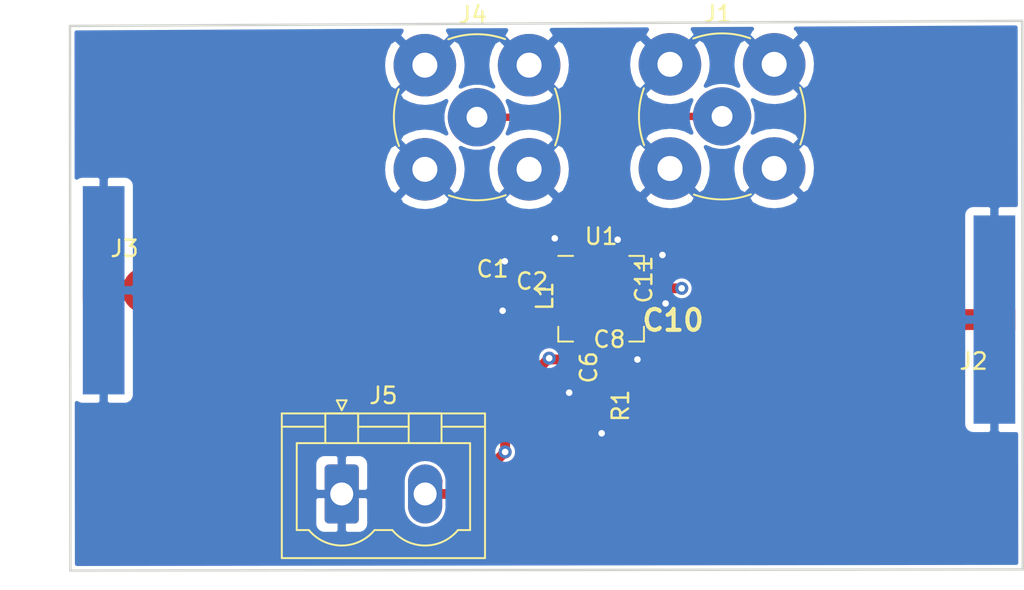
<source format=kicad_pcb>
(kicad_pcb (version 20171130) (host pcbnew "(5.1.10)-1")

  (general
    (thickness 1.6)
    (drawings 5)
    (tracks 103)
    (zones 0)
    (modules 14)
    (nets 11)
  )

  (page A4)
  (layers
    (0 F.Cu signal)
    (31 B.Cu signal)
    (32 B.Adhes user)
    (33 F.Adhes user)
    (34 B.Paste user)
    (35 F.Paste user)
    (36 B.SilkS user)
    (37 F.SilkS user)
    (38 B.Mask user)
    (39 F.Mask user)
    (40 Dwgs.User user)
    (41 Cmts.User user)
    (42 Eco1.User user)
    (43 Eco2.User user)
    (44 Edge.Cuts user)
    (45 Margin user)
    (46 B.CrtYd user)
    (47 F.CrtYd user)
    (48 B.Fab user)
    (49 F.Fab user)
  )

  (setup
    (last_trace_width 0.25)
    (user_trace_width 0.4)
    (user_trace_width 0.45)
    (user_trace_width 0.6)
    (user_trace_width 2.804)
    (trace_clearance 0.2)
    (zone_clearance 0.2)
    (zone_45_only no)
    (trace_min 0.2)
    (via_size 0.8)
    (via_drill 0.4)
    (via_min_size 0.4)
    (via_min_drill 0.3)
    (uvia_size 0.3)
    (uvia_drill 0.1)
    (uvias_allowed no)
    (uvia_min_size 0.2)
    (uvia_min_drill 0.1)
    (edge_width 0.15)
    (segment_width 0.2)
    (pcb_text_width 0.3)
    (pcb_text_size 1.5 1.5)
    (mod_edge_width 0.15)
    (mod_text_size 1 1)
    (mod_text_width 0.15)
    (pad_size 1.524 1.524)
    (pad_drill 0.762)
    (pad_to_mask_clearance 0.2)
    (aux_axis_origin 0 0)
    (visible_elements 7FFFFFFF)
    (pcbplotparams
      (layerselection 0x01000_7fffffff)
      (usegerberextensions false)
      (usegerberattributes false)
      (usegerberadvancedattributes false)
      (creategerberjobfile false)
      (excludeedgelayer true)
      (linewidth 0.200000)
      (plotframeref false)
      (viasonmask false)
      (mode 1)
      (useauxorigin false)
      (hpglpennumber 1)
      (hpglpenspeed 20)
      (hpglpendiameter 15.000000)
      (psnegative false)
      (psa4output false)
      (plotreference true)
      (plotvalue true)
      (plotinvisibletext false)
      (padsonsilk false)
      (subtractmaskfromsilk false)
      (outputformat 1)
      (mirror false)
      (drillshape 0)
      (scaleselection 1)
      (outputdirectory "../saida/"))
  )

  (net 0 "")
  (net 1 GND)
  (net 2 "Net-(R1-Pad1)")
  (net 3 "Net-(C1-Pad1)")
  (net 4 "Net-(C1-Pad2)")
  (net 5 +5V)
  (net 6 "Net-(C10-Pad1)")
  (net 7 "Net-(C10-Pad2)")
  (net 8 "Net-(U1-Pad21)")
  (net 9 /IF-)
  (net 10 /IF+)

  (net_class Default "This is the default net class."
    (clearance 0.2)
    (trace_width 0.25)
    (via_dia 0.8)
    (via_drill 0.4)
    (uvia_dia 0.3)
    (uvia_drill 0.1)
    (add_net +5V)
    (add_net /IF+)
    (add_net /IF-)
    (add_net GND)
    (add_net "Net-(C1-Pad1)")
    (add_net "Net-(C1-Pad2)")
    (add_net "Net-(C10-Pad1)")
    (add_net "Net-(C10-Pad2)")
    (add_net "Net-(R1-Pad1)")
    (add_net "Net-(U1-Pad21)")
  )

  (net_class IF+ ""
    (clearance 0.2)
    (trace_width 0.47)
    (via_dia 0.8)
    (via_drill 0.4)
    (uvia_dia 0.3)
    (uvia_drill 0.1)
  )

  (net_class IF- ""
    (clearance 0.2)
    (trace_width 0.47)
    (via_dia 0.8)
    (via_drill 0.4)
    (uvia_dia 0.3)
    (uvia_drill 0.1)
  )

  (net_class Micro50 ""
    (clearance 0.2)
    (trace_width 2.8039)
    (via_dia 0.8)
    (via_drill 0.4)
    (uvia_dia 0.3)
    (uvia_drill 0.1)
  )

  (module Connector_Coaxial:BNC_TEConnectivity_1478204_Vertical (layer F.Cu) (tedit 5A1DBFC1) (tstamp 601E6F6F)
    (at 150.83536 85.32114)
    (descr "BNC female PCB mount 4 pin straight chassis connector http://www.te.com/usa-en/product-1-1478204-0.html")
    (tags "BNC female PCB mount 4 pin straight chassis connector ")
    (path /5E4A92B6)
    (fp_text reference J4 (at -0.25 -6.25) (layer F.SilkS)
      (effects (font (size 1 1) (thickness 0.15)))
    )
    (fp_text value Conn_Coaxial (at 0 6.5) (layer F.Fab)
      (effects (font (size 1 1) (thickness 0.15)))
    )
    (fp_line (start 5.5 -5.5) (end 5.5 5.5) (layer F.CrtYd) (width 0.05))
    (fp_line (start 5.5 5.5) (end -5.5 5.5) (layer F.CrtYd) (width 0.05))
    (fp_line (start -5.5 5.5) (end -5.5 -5.5) (layer F.CrtYd) (width 0.05))
    (fp_line (start -5.5 -5.5) (end 5.5 -5.5) (layer F.CrtYd) (width 0.05))
    (fp_circle (center 0 0) (end 4.8 0) (layer F.Fab) (width 0.1))
    (fp_arc (start 0 0) (end -1.75 -4.75) (angle 40) (layer F.SilkS) (width 0.12))
    (fp_arc (start 0 0) (end 4.75 -1.75) (angle 40) (layer F.SilkS) (width 0.12))
    (fp_arc (start 0 0) (end 1.75 4.75) (angle 40) (layer F.SilkS) (width 0.12))
    (fp_arc (start 0 0) (end -4.75 1.75) (angle 40) (layer F.SilkS) (width 0.12))
    (fp_text user %R (at 0 0) (layer F.Fab)
      (effects (font (size 1 1) (thickness 0.15)))
    )
    (pad 2 thru_hole circle (at 3.175 3.175) (size 3.81 3.81) (drill 1.524) (layers *.Cu *.Mask)
      (net 1 GND))
    (pad 2 thru_hole circle (at -3.175 3.175) (size 3.81 3.81) (drill 1.524) (layers *.Cu *.Mask)
      (net 1 GND))
    (pad 2 thru_hole circle (at 3.175 -3.175) (size 3.81 3.81) (drill 1.524) (layers *.Cu *.Mask)
      (net 1 GND))
    (pad 1 thru_hole circle (at 0 0) (size 3.556 3.556) (drill 1.27) (layers *.Cu *.Mask)
      (net 10 /IF+))
    (pad 2 thru_hole circle (at -3.175 -3.175) (size 3.81 3.81) (drill 1.524) (layers *.Cu *.Mask)
      (net 1 GND))
    (model ${KISYS3DMOD}/Connector_Coaxial.3dshapes/BNC_TEConnectivity_1478204_Vertical.wrl
      (at (xyz 0 0 0))
      (scale (xyz 1 1 1))
      (rotate (xyz 0 0 0))
    )
  )

  (module Connector_Coaxial:BNC_TEConnectivity_1478204_Vertical (layer F.Cu) (tedit 5A1DBFC1) (tstamp 601E6FE1)
    (at 165.76548 85.27034)
    (descr "BNC female PCB mount 4 pin straight chassis connector http://www.te.com/usa-en/product-1-1478204-0.html")
    (tags "BNC female PCB mount 4 pin straight chassis connector ")
    (path /5E4AAD3C)
    (fp_text reference J1 (at -0.25 -6.25) (layer F.SilkS)
      (effects (font (size 1 1) (thickness 0.15)))
    )
    (fp_text value Conn_Coaxial (at 0 6.5) (layer F.Fab)
      (effects (font (size 1 1) (thickness 0.15)))
    )
    (fp_line (start 5.5 -5.5) (end 5.5 5.5) (layer F.CrtYd) (width 0.05))
    (fp_line (start 5.5 5.5) (end -5.5 5.5) (layer F.CrtYd) (width 0.05))
    (fp_line (start -5.5 5.5) (end -5.5 -5.5) (layer F.CrtYd) (width 0.05))
    (fp_line (start -5.5 -5.5) (end 5.5 -5.5) (layer F.CrtYd) (width 0.05))
    (fp_circle (center 0 0) (end 4.8 0) (layer F.Fab) (width 0.1))
    (fp_arc (start 0 0) (end -1.75 -4.75) (angle 40) (layer F.SilkS) (width 0.12))
    (fp_arc (start 0 0) (end 4.75 -1.75) (angle 40) (layer F.SilkS) (width 0.12))
    (fp_arc (start 0 0) (end 1.75 4.75) (angle 40) (layer F.SilkS) (width 0.12))
    (fp_arc (start 0 0) (end -4.75 1.75) (angle 40) (layer F.SilkS) (width 0.12))
    (fp_text user %R (at 0 0) (layer F.Fab)
      (effects (font (size 1 1) (thickness 0.15)))
    )
    (pad 2 thru_hole circle (at 3.175 3.175) (size 3.81 3.81) (drill 1.524) (layers *.Cu *.Mask)
      (net 1 GND))
    (pad 2 thru_hole circle (at -3.175 3.175) (size 3.81 3.81) (drill 1.524) (layers *.Cu *.Mask)
      (net 1 GND))
    (pad 2 thru_hole circle (at 3.175 -3.175) (size 3.81 3.81) (drill 1.524) (layers *.Cu *.Mask)
      (net 1 GND))
    (pad 1 thru_hole circle (at 0 0) (size 3.556 3.556) (drill 1.27) (layers *.Cu *.Mask)
      (net 9 /IF-))
    (pad 2 thru_hole circle (at -3.175 -3.175) (size 3.81 3.81) (drill 1.524) (layers *.Cu *.Mask)
      (net 1 GND))
    (model ${KISYS3DMOD}/Connector_Coaxial.3dshapes/BNC_TEConnectivity_1478204_Vertical.wrl
      (at (xyz 0 0 0))
      (scale (xyz 1 1 1))
      (rotate (xyz 0 0 0))
    )
  )

  (module Connector_Phoenix_MSTB:PhoenixContact_MSTBVA_2,5_2-G-5,08_1x02_P5.08mm_Vertical (layer F.Cu) (tedit 5B785047) (tstamp 601DB145)
    (at 142.5956 108.29036)
    (descr "Generic Phoenix Contact connector footprint for: MSTBVA_2,5/2-G-5,08; number of pins: 02; pin pitch: 5.08mm; Vertical || order number: 1755736 12A || order number: 1924305 16A (HC)")
    (tags "phoenix_contact connector MSTBVA_01x02_G_5.08mm")
    (path /6027AE9A)
    (fp_text reference J5 (at 2.54 -6) (layer F.SilkS)
      (effects (font (size 1 1) (thickness 0.15)))
    )
    (fp_text value Conn_01x02 (at 2.54 5) (layer F.Fab)
      (effects (font (size 1 1) (thickness 0.15)))
    )
    (fp_line (start -3.65 -4.91) (end -3.65 3.91) (layer F.SilkS) (width 0.12))
    (fp_line (start -3.65 3.91) (end 8.73 3.91) (layer F.SilkS) (width 0.12))
    (fp_line (start 8.73 3.91) (end 8.73 -4.91) (layer F.SilkS) (width 0.12))
    (fp_line (start 8.73 -4.91) (end -3.65 -4.91) (layer F.SilkS) (width 0.12))
    (fp_line (start -3.54 -4.8) (end -3.54 3.8) (layer F.Fab) (width 0.1))
    (fp_line (start -3.54 3.8) (end 8.62 3.8) (layer F.Fab) (width 0.1))
    (fp_line (start 8.62 3.8) (end 8.62 -4.8) (layer F.Fab) (width 0.1))
    (fp_line (start 8.62 -4.8) (end -3.54 -4.8) (layer F.Fab) (width 0.1))
    (fp_line (start -3.65 -4.1) (end -1.11 -4.1) (layer F.SilkS) (width 0.12))
    (fp_line (start 8.73 -4.1) (end 6.19 -4.1) (layer F.SilkS) (width 0.12))
    (fp_line (start 1 -4.1) (end 4.08 -4.1) (layer F.SilkS) (width 0.12))
    (fp_line (start -1 -3.1) (end -1 -4.91) (layer F.SilkS) (width 0.12))
    (fp_line (start -1 -4.91) (end 1 -4.91) (layer F.SilkS) (width 0.12))
    (fp_line (start 1 -4.91) (end 1 -3.1) (layer F.SilkS) (width 0.12))
    (fp_line (start 1 -3.1) (end -1 -3.1) (layer F.SilkS) (width 0.12))
    (fp_line (start 4.08 -3.1) (end 4.08 -4.91) (layer F.SilkS) (width 0.12))
    (fp_line (start 4.08 -4.91) (end 6.08 -4.91) (layer F.SilkS) (width 0.12))
    (fp_line (start 6.08 -4.91) (end 6.08 -3.1) (layer F.SilkS) (width 0.12))
    (fp_line (start 6.08 -3.1) (end 4.08 -3.1) (layer F.SilkS) (width 0.12))
    (fp_line (start 2 2.2) (end 3.08 2.2) (layer F.SilkS) (width 0.12))
    (fp_line (start -2 2.2) (end -2.74 2.2) (layer F.SilkS) (width 0.12))
    (fp_line (start -2.74 2.2) (end -2.74 -3.1) (layer F.SilkS) (width 0.12))
    (fp_line (start -2.74 -3.1) (end 7.82 -3.1) (layer F.SilkS) (width 0.12))
    (fp_line (start 7.82 -3.1) (end 7.82 2.2) (layer F.SilkS) (width 0.12))
    (fp_line (start 7.82 2.2) (end 7.08 2.2) (layer F.SilkS) (width 0.12))
    (fp_line (start -4.04 -5.3) (end -4.04 4.3) (layer F.CrtYd) (width 0.05))
    (fp_line (start -4.04 4.3) (end 9.12 4.3) (layer F.CrtYd) (width 0.05))
    (fp_line (start 9.12 4.3) (end 9.12 -5.3) (layer F.CrtYd) (width 0.05))
    (fp_line (start 9.12 -5.3) (end -4.04 -5.3) (layer F.CrtYd) (width 0.05))
    (fp_line (start 0.3 -5.71) (end 0 -5.11) (layer F.SilkS) (width 0.12))
    (fp_line (start 0 -5.11) (end -0.3 -5.71) (layer F.SilkS) (width 0.12))
    (fp_line (start -0.3 -5.71) (end 0.3 -5.71) (layer F.SilkS) (width 0.12))
    (fp_line (start 0.5 -3.55) (end 0 -2.55) (layer F.Fab) (width 0.1))
    (fp_line (start 0 -2.55) (end -0.5 -3.55) (layer F.Fab) (width 0.1))
    (fp_line (start -0.5 -3.55) (end 0.5 -3.55) (layer F.Fab) (width 0.1))
    (fp_text user %R (at 2.54 -4.1) (layer F.Fab)
      (effects (font (size 1 1) (thickness 0.15)))
    )
    (fp_arc (start 5.08 0.55) (end 3.08 2.2) (angle -100.5) (layer F.SilkS) (width 0.12))
    (fp_arc (start 0 0.55) (end -2 2.2) (angle -100.5) (layer F.SilkS) (width 0.12))
    (pad 2 thru_hole oval (at 5.08 0) (size 2.08 3.6) (drill 1.4) (layers *.Cu *.Mask)
      (net 5 +5V))
    (pad 1 thru_hole roundrect (at 0 0) (size 2.08 3.6) (drill 1.4) (layers *.Cu *.Mask) (roundrect_rratio 0.1201918269230769)
      (net 1 GND))
    (model ${KISYS3DMOD}/Connector_Phoenix_MSTB.3dshapes/PhoenixContact_MSTBVA_2,5_2-G-5,08_1x02_P5.08mm_Vertical.wrl
      (at (xyz 0 0 0))
      (scale (xyz 1 1 1))
      (rotate (xyz 0 0 0))
    )
  )

  (module Package_DFN_QFN:TQFN-20-1EP_5x5mm_P0.65mm_EP3.1x3.1mm (layer F.Cu) (tedit 5E3A7C69) (tstamp 60153D9C)
    (at 158.39694 96.38538)
    (descr "TQFN, 20 Pin (https://pdfserv.maximintegrated.com/package_dwgs/21-0140.PDF (T2055-3)), generated with kicad-footprint-generator ipc_noLead_generator.py")
    (tags "TQFN NoLead")
    (path /5E44737C)
    (attr smd)
    (fp_text reference U1 (at 0 -3.8) (layer F.SilkS)
      (effects (font (size 1 1) (thickness 0.15)))
    )
    (fp_text value MAX2042AETP+ (at 7.4041 -3.8354) (layer F.Fab)
      (effects (font (size 1 1) (thickness 0.15)))
    )
    (fp_line (start 3.1 -3.1) (end -3.1 -3.1) (layer F.CrtYd) (width 0.05))
    (fp_line (start 3.1 3.1) (end 3.1 -3.1) (layer F.CrtYd) (width 0.05))
    (fp_line (start -3.1 3.1) (end 3.1 3.1) (layer F.CrtYd) (width 0.05))
    (fp_line (start -3.1 -3.1) (end -3.1 3.1) (layer F.CrtYd) (width 0.05))
    (fp_line (start -2.5 -1.5) (end -1.5 -2.5) (layer F.Fab) (width 0.1))
    (fp_line (start -2.5 2.5) (end -2.5 -1.5) (layer F.Fab) (width 0.1))
    (fp_line (start 2.5 2.5) (end -2.5 2.5) (layer F.Fab) (width 0.1))
    (fp_line (start 2.5 -2.5) (end 2.5 2.5) (layer F.Fab) (width 0.1))
    (fp_line (start -1.5 -2.5) (end 2.5 -2.5) (layer F.Fab) (width 0.1))
    (fp_line (start -1.71 -2.61) (end -2.61 -2.61) (layer F.SilkS) (width 0.12))
    (fp_line (start 2.61 2.61) (end 2.61 1.71) (layer F.SilkS) (width 0.12))
    (fp_line (start 1.71 2.61) (end 2.61 2.61) (layer F.SilkS) (width 0.12))
    (fp_line (start -2.61 2.61) (end -2.61 1.71) (layer F.SilkS) (width 0.12))
    (fp_line (start -1.71 2.61) (end -2.61 2.61) (layer F.SilkS) (width 0.12))
    (fp_line (start 2.61 -2.61) (end 2.61 -1.71) (layer F.SilkS) (width 0.12))
    (fp_line (start 1.71 -2.61) (end 2.61 -2.61) (layer F.SilkS) (width 0.12))
    (fp_text user %R (at 0 0) (layer F.Fab)
      (effects (font (size 1 1) (thickness 0.15)))
    )
    (pad 1 smd roundrect (at -2.3625 -1.3) (size 0.975 0.3) (layers F.Cu F.Paste F.Mask) (roundrect_rratio 0.25)
      (net 5 +5V))
    (pad 2 smd roundrect (at -2.3625 -0.65) (size 0.975 0.3) (layers F.Cu F.Paste F.Mask) (roundrect_rratio 0.25)
      (net 4 "Net-(C1-Pad2)"))
    (pad 3 smd roundrect (at -2.3625 0) (size 0.975 0.3) (layers F.Cu F.Paste F.Mask) (roundrect_rratio 0.25)
      (net 1 GND))
    (pad 4 smd roundrect (at -2.3625 0.65) (size 0.975 0.3) (layers F.Cu F.Paste F.Mask) (roundrect_rratio 0.25)
      (net 1 GND))
    (pad 5 smd roundrect (at -2.3625 1.3) (size 0.975 0.3) (layers F.Cu F.Paste F.Mask) (roundrect_rratio 0.25)
      (net 1 GND))
    (pad 6 smd roundrect (at -1.3 2.3625) (size 0.3 0.975) (layers F.Cu F.Paste F.Mask) (roundrect_rratio 0.25)
      (net 5 +5V))
    (pad 7 smd roundrect (at -0.65 2.3625) (size 0.3 0.975) (layers F.Cu F.Paste F.Mask) (roundrect_rratio 0.25)
      (net 2 "Net-(R1-Pad1)"))
    (pad 8 smd roundrect (at 0 2.3625) (size 0.3 0.975) (layers F.Cu F.Paste F.Mask) (roundrect_rratio 0.25)
      (net 5 +5V))
    (pad 9 smd roundrect (at 0.65 2.3625) (size 0.3 0.975) (layers F.Cu F.Paste F.Mask) (roundrect_rratio 0.25)
      (net 1 GND))
    (pad 10 smd roundrect (at 1.3 2.3625) (size 0.3 0.975) (layers F.Cu F.Paste F.Mask) (roundrect_rratio 0.25)
      (net 1 GND))
    (pad 11 smd roundrect (at 2.3625 1.3) (size 0.975 0.3) (layers F.Cu F.Paste F.Mask) (roundrect_rratio 0.25)
      (net 7 "Net-(C10-Pad2)"))
    (pad 12 smd roundrect (at 2.3625 0.65) (size 0.975 0.3) (layers F.Cu F.Paste F.Mask) (roundrect_rratio 0.25)
      (net 1 GND))
    (pad 13 smd roundrect (at 2.3625 0) (size 0.975 0.3) (layers F.Cu F.Paste F.Mask) (roundrect_rratio 0.25)
      (net 1 GND))
    (pad 14 smd roundrect (at 2.3625 -0.65) (size 0.975 0.3) (layers F.Cu F.Paste F.Mask) (roundrect_rratio 0.25)
      (net 5 +5V))
    (pad 15 smd roundrect (at 2.3625 -1.3) (size 0.975 0.3) (layers F.Cu F.Paste F.Mask) (roundrect_rratio 0.25)
      (net 1 GND))
    (pad 16 smd roundrect (at 1.3 -2.3625) (size 0.3 0.975) (layers F.Cu F.Paste F.Mask) (roundrect_rratio 0.25)
      (net 1 GND))
    (pad 17 smd roundrect (at 0.65 -2.3625) (size 0.3 0.975) (layers F.Cu F.Paste F.Mask) (roundrect_rratio 0.25)
      (net 1 GND))
    (pad 18 smd roundrect (at 0 -2.3625) (size 0.3 0.975) (layers F.Cu F.Paste F.Mask) (roundrect_rratio 0.25)
      (net 9 /IF-))
    (pad 19 smd roundrect (at -0.65 -2.3625) (size 0.3 0.975) (layers F.Cu F.Paste F.Mask) (roundrect_rratio 0.25)
      (net 10 /IF+))
    (pad 20 smd roundrect (at -1.3 -2.3625) (size 0.3 0.975) (layers F.Cu F.Paste F.Mask) (roundrect_rratio 0.25)
      (net 1 GND))
    (pad 21 smd rect (at 0 0) (size 3.1 3.1) (layers F.Cu F.Mask)
      (net 8 "Net-(U1-Pad21)"))
    (pad "" smd roundrect (at -0.775 -0.775) (size 1.25 1.25) (layers F.Paste) (roundrect_rratio 0.2))
    (pad "" smd roundrect (at -0.775 0.775) (size 1.25 1.25) (layers F.Paste) (roundrect_rratio 0.2))
    (pad "" smd roundrect (at 0.775 -0.775) (size 1.25 1.25) (layers F.Paste) (roundrect_rratio 0.2))
    (pad "" smd roundrect (at 0.775 0.775) (size 1.25 1.25) (layers F.Paste) (roundrect_rratio 0.2))
    (model ${KISYS3DMOD}/Package_DFN_QFN.3dshapes/TQFN-20-1EP_5x5mm_P0.65mm_EP3.1x3.1mm.wrl
      (at (xyz 0 0 0))
      (scale (xyz 1 1 1))
      (rotate (xyz 0 0 0))
    )
  )

  (module Capacitor_SMD:C_0402_1005Metric (layer F.Cu) (tedit 5B301BBE) (tstamp 5ECAE07B)
    (at 151.78278 95.74784)
    (descr "Capacitor SMD 0402 (1005 Metric), square (rectangular) end terminal, IPC_7351 nominal, (Body size source: http://www.tortai-tech.com/upload/download/2011102023233369053.pdf), generated with kicad-footprint-generator")
    (tags capacitor)
    (path /5E4A1AA9)
    (attr smd)
    (fp_text reference C1 (at 0 -1.17) (layer F.SilkS)
      (effects (font (size 1 1) (thickness 0.15)))
    )
    (fp_text value 8.2pF (at -1.57734 3.16738) (layer F.Fab)
      (effects (font (size 1 1) (thickness 0.15)))
    )
    (fp_line (start 0.93 0.47) (end -0.93 0.47) (layer F.CrtYd) (width 0.05))
    (fp_line (start 0.93 -0.47) (end 0.93 0.47) (layer F.CrtYd) (width 0.05))
    (fp_line (start -0.93 -0.47) (end 0.93 -0.47) (layer F.CrtYd) (width 0.05))
    (fp_line (start -0.93 0.47) (end -0.93 -0.47) (layer F.CrtYd) (width 0.05))
    (fp_line (start 0.5 0.25) (end -0.5 0.25) (layer F.Fab) (width 0.1))
    (fp_line (start 0.5 -0.25) (end 0.5 0.25) (layer F.Fab) (width 0.1))
    (fp_line (start -0.5 -0.25) (end 0.5 -0.25) (layer F.Fab) (width 0.1))
    (fp_line (start -0.5 0.25) (end -0.5 -0.25) (layer F.Fab) (width 0.1))
    (fp_text user %R (at 0 0) (layer F.Fab)
      (effects (font (size 0.25 0.25) (thickness 0.04)))
    )
    (pad 1 smd roundrect (at -0.485 0) (size 0.59 0.64) (layers F.Cu F.Paste F.Mask) (roundrect_rratio 0.25)
      (net 3 "Net-(C1-Pad1)"))
    (pad 2 smd roundrect (at 0.485 0) (size 0.59 0.64) (layers F.Cu F.Paste F.Mask) (roundrect_rratio 0.25)
      (net 4 "Net-(C1-Pad2)"))
    (model ${KISYS3DMOD}/Capacitor_SMD.3dshapes/C_0402_1005Metric.wrl
      (at (xyz 0 0 0))
      (scale (xyz 1 1 1))
      (rotate (xyz 0 0 0))
    )
  )

  (module Capacitor_SMD:C_0402_1005Metric (layer F.Cu) (tedit 5B301BBE) (tstamp 5ECAE08A)
    (at 154.1907 94.15272 180)
    (descr "Capacitor SMD 0402 (1005 Metric), square (rectangular) end terminal, IPC_7351 nominal, (Body size source: http://www.tortai-tech.com/upload/download/2011102023233369053.pdf), generated with kicad-footprint-generator")
    (tags capacitor)
    (path /5E75BE00)
    (attr smd)
    (fp_text reference C2 (at 0 -1.17) (layer F.SilkS)
      (effects (font (size 1 1) (thickness 0.15)))
    )
    (fp_text value 0.01uF (at 0 1.17) (layer F.Fab)
      (effects (font (size 1 1) (thickness 0.15)))
    )
    (fp_line (start -0.5 0.25) (end -0.5 -0.25) (layer F.Fab) (width 0.1))
    (fp_line (start -0.5 -0.25) (end 0.5 -0.25) (layer F.Fab) (width 0.1))
    (fp_line (start 0.5 -0.25) (end 0.5 0.25) (layer F.Fab) (width 0.1))
    (fp_line (start 0.5 0.25) (end -0.5 0.25) (layer F.Fab) (width 0.1))
    (fp_line (start -0.93 0.47) (end -0.93 -0.47) (layer F.CrtYd) (width 0.05))
    (fp_line (start -0.93 -0.47) (end 0.93 -0.47) (layer F.CrtYd) (width 0.05))
    (fp_line (start 0.93 -0.47) (end 0.93 0.47) (layer F.CrtYd) (width 0.05))
    (fp_line (start 0.93 0.47) (end -0.93 0.47) (layer F.CrtYd) (width 0.05))
    (fp_text user %R (at 0 0) (layer F.Fab)
      (effects (font (size 0.25 0.25) (thickness 0.04)))
    )
    (pad 2 smd roundrect (at 0.485 0 180) (size 0.59 0.64) (layers F.Cu F.Paste F.Mask) (roundrect_rratio 0.25)
      (net 1 GND))
    (pad 1 smd roundrect (at -0.485 0 180) (size 0.59 0.64) (layers F.Cu F.Paste F.Mask) (roundrect_rratio 0.25)
      (net 5 +5V))
    (model ${KISYS3DMOD}/Capacitor_SMD.3dshapes/C_0402_1005Metric.wrl
      (at (xyz 0 0 0))
      (scale (xyz 1 1 1))
      (rotate (xyz 0 0 0))
    )
  )

  (module Capacitor_SMD:C_0402_1005Metric (layer F.Cu) (tedit 5B301BBE) (tstamp 5ECAE099)
    (at 156.46908 100.57384 270)
    (descr "Capacitor SMD 0402 (1005 Metric), square (rectangular) end terminal, IPC_7351 nominal, (Body size source: http://www.tortai-tech.com/upload/download/2011102023233369053.pdf), generated with kicad-footprint-generator")
    (tags capacitor)
    (path /5E75ACEC)
    (attr smd)
    (fp_text reference C6 (at 0 -1.17 90) (layer F.SilkS)
      (effects (font (size 1 1) (thickness 0.15)))
    )
    (fp_text value 0.01uF (at -0.08636 0.16002 90) (layer F.Fab)
      (effects (font (size 1 1) (thickness 0.15)))
    )
    (fp_line (start -0.5 0.25) (end -0.5 -0.25) (layer F.Fab) (width 0.1))
    (fp_line (start -0.5 -0.25) (end 0.5 -0.25) (layer F.Fab) (width 0.1))
    (fp_line (start 0.5 -0.25) (end 0.5 0.25) (layer F.Fab) (width 0.1))
    (fp_line (start 0.5 0.25) (end -0.5 0.25) (layer F.Fab) (width 0.1))
    (fp_line (start -0.93 0.47) (end -0.93 -0.47) (layer F.CrtYd) (width 0.05))
    (fp_line (start -0.93 -0.47) (end 0.93 -0.47) (layer F.CrtYd) (width 0.05))
    (fp_line (start 0.93 -0.47) (end 0.93 0.47) (layer F.CrtYd) (width 0.05))
    (fp_line (start 0.93 0.47) (end -0.93 0.47) (layer F.CrtYd) (width 0.05))
    (fp_text user %R (at 0 0 90) (layer F.Fab)
      (effects (font (size 0.25 0.25) (thickness 0.04)))
    )
    (pad 2 smd roundrect (at 0.485 0 270) (size 0.59 0.64) (layers F.Cu F.Paste F.Mask) (roundrect_rratio 0.25)
      (net 1 GND))
    (pad 1 smd roundrect (at -0.485 0 270) (size 0.59 0.64) (layers F.Cu F.Paste F.Mask) (roundrect_rratio 0.25)
      (net 5 +5V))
    (model ${KISYS3DMOD}/Capacitor_SMD.3dshapes/C_0402_1005Metric.wrl
      (at (xyz 0 0 0))
      (scale (xyz 1 1 1))
      (rotate (xyz 0 0 0))
    )
  )

  (module Capacitor_SMD:C_0402_1005Metric (layer F.Cu) (tedit 5B301BBE) (tstamp 5ECAE0A8)
    (at 158.89986 100.03536)
    (descr "Capacitor SMD 0402 (1005 Metric), square (rectangular) end terminal, IPC_7351 nominal, (Body size source: http://www.tortai-tech.com/upload/download/2011102023233369053.pdf), generated with kicad-footprint-generator")
    (tags capacitor)
    (path /5E75B7B2)
    (attr smd)
    (fp_text reference C8 (at 0 -1.17) (layer F.SilkS)
      (effects (font (size 1 1) (thickness 0.15)))
    )
    (fp_text value 0.01uF (at 0 1.17) (layer F.Fab)
      (effects (font (size 1 1) (thickness 0.15)))
    )
    (fp_line (start 0.93 0.47) (end -0.93 0.47) (layer F.CrtYd) (width 0.05))
    (fp_line (start 0.93 -0.47) (end 0.93 0.47) (layer F.CrtYd) (width 0.05))
    (fp_line (start -0.93 -0.47) (end 0.93 -0.47) (layer F.CrtYd) (width 0.05))
    (fp_line (start -0.93 0.47) (end -0.93 -0.47) (layer F.CrtYd) (width 0.05))
    (fp_line (start 0.5 0.25) (end -0.5 0.25) (layer F.Fab) (width 0.1))
    (fp_line (start 0.5 -0.25) (end 0.5 0.25) (layer F.Fab) (width 0.1))
    (fp_line (start -0.5 -0.25) (end 0.5 -0.25) (layer F.Fab) (width 0.1))
    (fp_line (start -0.5 0.25) (end -0.5 -0.25) (layer F.Fab) (width 0.1))
    (fp_text user %R (at 0 0) (layer F.Fab)
      (effects (font (size 0.25 0.25) (thickness 0.04)))
    )
    (pad 1 smd roundrect (at -0.485 0) (size 0.59 0.64) (layers F.Cu F.Paste F.Mask) (roundrect_rratio 0.25)
      (net 5 +5V))
    (pad 2 smd roundrect (at 0.485 0) (size 0.59 0.64) (layers F.Cu F.Paste F.Mask) (roundrect_rratio 0.25)
      (net 1 GND))
    (model ${KISYS3DMOD}/Capacitor_SMD.3dshapes/C_0402_1005Metric.wrl
      (at (xyz 0 0 0))
      (scale (xyz 1 1 1))
      (rotate (xyz 0 0 0))
    )
  )

  (module SamacSys_Parts:CAPC1005X55N (layer F.Cu) (tedit 0) (tstamp 5ECAE0B7)
    (at 162.78098 97.70618 180)
    (descr "GJM15_0.10 L=1.0mm W=0.5mm T=0.5mm")
    (tags Capacitor)
    (path /5E46D5D6)
    (attr smd)
    (fp_text reference C10 (at 0 0) (layer F.SilkS)
      (effects (font (size 1.27 1.27) (thickness 0.254)))
    )
    (fp_text value 2pF (at 0 0) (layer F.SilkS) hide
      (effects (font (size 1.27 1.27) (thickness 0.254)))
    )
    (fp_line (start -0.5 0.25) (end -0.5 -0.25) (layer F.Fab) (width 0.1))
    (fp_line (start 0.5 0.25) (end -0.5 0.25) (layer F.Fab) (width 0.1))
    (fp_line (start 0.5 -0.25) (end 0.5 0.25) (layer F.Fab) (width 0.1))
    (fp_line (start -0.5 -0.25) (end 0.5 -0.25) (layer F.Fab) (width 0.1))
    (fp_line (start -0.91 0.46) (end -0.91 -0.46) (layer F.CrtYd) (width 0.05))
    (fp_line (start 0.91 0.46) (end -0.91 0.46) (layer F.CrtYd) (width 0.05))
    (fp_line (start 0.91 -0.46) (end 0.91 0.46) (layer F.CrtYd) (width 0.05))
    (fp_line (start -0.91 -0.46) (end 0.91 -0.46) (layer F.CrtYd) (width 0.05))
    (fp_text user %R (at 0 0) (layer F.Fab)
      (effects (font (size 1.27 1.27) (thickness 0.254)))
    )
    (pad 1 smd rect (at -0.46 0 180) (size 0.6 0.62) (layers F.Cu F.Paste F.Mask)
      (net 6 "Net-(C10-Pad1)"))
    (pad 2 smd rect (at 0.46 0 180) (size 0.6 0.62) (layers F.Cu F.Paste F.Mask)
      (net 7 "Net-(C10-Pad2)"))
    (model C:\Users\matte_000\Desktop\SamacSys_Parts.3dshapes\GJM1555C1H2R0CB01J.stp
      (at (xyz 0 0 0))
      (scale (xyz 1 1 1))
      (rotate (xyz 0 0 0))
    )
  )

  (module Capacitor_SMD:C_0402_1005Metric (layer F.Cu) (tedit 5B301BBE) (tstamp 5ECAE0C6)
    (at 162.17138 95.21698 90)
    (descr "Capacitor SMD 0402 (1005 Metric), square (rectangular) end terminal, IPC_7351 nominal, (Body size source: http://www.tortai-tech.com/upload/download/2011102023233369053.pdf), generated with kicad-footprint-generator")
    (tags capacitor)
    (path /5E75A69E)
    (attr smd)
    (fp_text reference C11 (at 0 -1.17 90) (layer F.SilkS)
      (effects (font (size 1 1) (thickness 0.15)))
    )
    (fp_text value 0.01uF (at 0 1.17 90) (layer F.Fab)
      (effects (font (size 1 1) (thickness 0.15)))
    )
    (fp_line (start 0.93 0.47) (end -0.93 0.47) (layer F.CrtYd) (width 0.05))
    (fp_line (start 0.93 -0.47) (end 0.93 0.47) (layer F.CrtYd) (width 0.05))
    (fp_line (start -0.93 -0.47) (end 0.93 -0.47) (layer F.CrtYd) (width 0.05))
    (fp_line (start -0.93 0.47) (end -0.93 -0.47) (layer F.CrtYd) (width 0.05))
    (fp_line (start 0.5 0.25) (end -0.5 0.25) (layer F.Fab) (width 0.1))
    (fp_line (start 0.5 -0.25) (end 0.5 0.25) (layer F.Fab) (width 0.1))
    (fp_line (start -0.5 -0.25) (end 0.5 -0.25) (layer F.Fab) (width 0.1))
    (fp_line (start -0.5 0.25) (end -0.5 -0.25) (layer F.Fab) (width 0.1))
    (fp_text user %R (at 0.17272 -0.02286 90) (layer F.Fab)
      (effects (font (size 0.25 0.25) (thickness 0.04)))
    )
    (pad 1 smd roundrect (at -0.485 0 90) (size 0.59 0.64) (layers F.Cu F.Paste F.Mask) (roundrect_rratio 0.25)
      (net 5 +5V))
    (pad 2 smd roundrect (at 0.485 0 90) (size 0.59 0.64) (layers F.Cu F.Paste F.Mask) (roundrect_rratio 0.25)
      (net 1 GND))
    (model ${KISYS3DMOD}/Capacitor_SMD.3dshapes/C_0402_1005Metric.wrl
      (at (xyz 0 0 0))
      (scale (xyz 1 1 1))
      (rotate (xyz 0 0 0))
    )
  )

  (module fp:SMA_Amphenol_901-9215_EdgeMount (layer F.Cu) (tedit 5C4A10C0) (tstamp 5ECAE0E4)
    (at 178.54676 97.65792)
    (descr http://www.amphenolrf.com/132289.html)
    (tags SMA)
    (path /5E46E22D)
    (attr smd)
    (fp_text reference J2 (at 2.54 2.54 180) (layer F.SilkS)
      (effects (font (size 1 1) (thickness 0.15)))
    )
    (fp_text value Conn_Coaxial (at -2.36982 5.29844) (layer F.Fab)
      (effects (font (size 1 1) (thickness 0.15)))
    )
    (fp_line (start 5.08 -6.35) (end -2.54 -6.35) (layer F.CrtYd) (width 0.05))
    (fp_line (start 5.08 -6.35) (end 5.08 6.35) (layer F.CrtYd) (width 0.05))
    (fp_line (start 5.08 6.35) (end -2.54 6.35) (layer F.CrtYd) (width 0.05))
    (fp_line (start -2.54 6.35) (end -2.54 -6.35) (layer F.CrtYd) (width 0.05))
    (fp_line (start 5.08 -6.35) (end -2.54 -6.35) (layer B.CrtYd) (width 0.05))
    (fp_line (start 5.08 -6.35) (end 5.08 6.35) (layer B.CrtYd) (width 0.05))
    (fp_line (start 5.08 6.35) (end -2.54 6.35) (layer B.CrtYd) (width 0.05))
    (fp_line (start -2.54 6.35) (end -2.54 -6.35) (layer B.CrtYd) (width 0.05))
    (fp_text user %R (at 1.27 -3.81 270) (layer F.Fab)
      (effects (font (size 1 1) (thickness 0.15)))
    )
    (pad 1 smd rect (at 1.27 0 90) (size 1.27 7.62) (layers F.Cu F.Paste F.Mask)
      (net 6 "Net-(C10-Pad1)"))
    (pad 2 smd rect (at 3.81 0 180) (size 2.54 12.7) (layers B.Cu B.Paste B.Mask)
      (net 1 GND))
    (model ${KISYS3DMOD}/Connector_Coaxial.3dshapes/SMA_Amphenol_132289_EdgeMount.wrl
      (at (xyz 0 0 0))
      (scale (xyz 1 1 1))
      (rotate (xyz 0 0 0))
    )
    (model C:/Users/USER/Desktop/901-9215-REV-1.igs
      (offset (xyz 14.73199977874756 0 0.6349999904632568))
      (scale (xyz 1 1 1))
      (rotate (xyz 0 180 0))
    )
  )

  (module fp:SMA_Amphenol_901-9215_EdgeMount (layer F.Cu) (tedit 5C4A10C0) (tstamp 5ECAE0F3)
    (at 131.9022 95.86976 180)
    (descr http://www.amphenolrf.com/132289.html)
    (tags SMA)
    (path /5C49BA5D)
    (attr smd)
    (fp_text reference J3 (at 2.54 2.54 180) (layer F.SilkS)
      (effects (font (size 1 1) (thickness 0.15)))
    )
    (fp_text value Conn_Coaxial (at 5 7.62) (layer F.Fab)
      (effects (font (size 1 1) (thickness 0.15)))
    )
    (fp_line (start -2.54 6.35) (end -2.54 -6.35) (layer B.CrtYd) (width 0.05))
    (fp_line (start 5.08 6.35) (end -2.54 6.35) (layer B.CrtYd) (width 0.05))
    (fp_line (start 5.08 -6.35) (end 5.08 6.35) (layer B.CrtYd) (width 0.05))
    (fp_line (start 5.08 -6.35) (end -2.54 -6.35) (layer B.CrtYd) (width 0.05))
    (fp_line (start -2.54 6.35) (end -2.54 -6.35) (layer F.CrtYd) (width 0.05))
    (fp_line (start 5.08 6.35) (end -2.54 6.35) (layer F.CrtYd) (width 0.05))
    (fp_line (start 5.08 -6.35) (end 5.08 6.35) (layer F.CrtYd) (width 0.05))
    (fp_line (start 5.08 -6.35) (end -2.54 -6.35) (layer F.CrtYd) (width 0.05))
    (fp_text user %R (at 1.27 -3.81 270) (layer F.Fab)
      (effects (font (size 1 1) (thickness 0.15)))
    )
    (pad 2 smd rect (at 3.81 0) (size 2.54 12.7) (layers B.Cu B.Paste B.Mask)
      (net 1 GND))
    (pad 1 smd rect (at 1.27 0 270) (size 1.27 7.62) (layers F.Cu F.Paste F.Mask)
      (net 3 "Net-(C1-Pad1)"))
    (model ${KISYS3DMOD}/Connector_Coaxial.3dshapes/SMA_Amphenol_132289_EdgeMount.wrl
      (at (xyz 0 0 0))
      (scale (xyz 1 1 1))
      (rotate (xyz 0 0 0))
    )
    (model C:/Users/USER/Desktop/901-9215-REV-1.igs
      (offset (xyz 14.73199977874756 0 0.6349999904632568))
      (scale (xyz 1 1 1))
      (rotate (xyz 0 180 0))
    )
  )

  (module Inductor_SMD:L_0402_1005Metric (layer F.Cu) (tedit 5B301BBE) (tstamp 5ECAE111)
    (at 153.79446 96.2279 270)
    (descr "Inductor SMD 0402 (1005 Metric), square (rectangular) end terminal, IPC_7351 nominal, (Body size source: http://www.tortai-tech.com/upload/download/2011102023233369053.pdf), generated with kicad-footprint-generator")
    (tags inductor)
    (path /5E4A3E48)
    (attr smd)
    (fp_text reference L1 (at 0 -1.17 90) (layer F.SilkS)
      (effects (font (size 1 1) (thickness 0.15)))
    )
    (fp_text value 12nH (at 0.36576 -0.07112 90) (layer F.Fab)
      (effects (font (size 1 1) (thickness 0.15)))
    )
    (fp_line (start 0.93 0.47) (end -0.93 0.47) (layer F.CrtYd) (width 0.05))
    (fp_line (start 0.93 -0.47) (end 0.93 0.47) (layer F.CrtYd) (width 0.05))
    (fp_line (start -0.93 -0.47) (end 0.93 -0.47) (layer F.CrtYd) (width 0.05))
    (fp_line (start -0.93 0.47) (end -0.93 -0.47) (layer F.CrtYd) (width 0.05))
    (fp_line (start 0.5 0.25) (end -0.5 0.25) (layer F.Fab) (width 0.1))
    (fp_line (start 0.5 -0.25) (end 0.5 0.25) (layer F.Fab) (width 0.1))
    (fp_line (start -0.5 -0.25) (end 0.5 -0.25) (layer F.Fab) (width 0.1))
    (fp_line (start -0.5 0.25) (end -0.5 -0.25) (layer F.Fab) (width 0.1))
    (fp_text user %R (at 0 0 90) (layer F.Fab)
      (effects (font (size 0.25 0.25) (thickness 0.04)))
    )
    (pad 1 smd roundrect (at -0.485 0 270) (size 0.59 0.64) (layers F.Cu F.Paste F.Mask) (roundrect_rratio 0.25)
      (net 4 "Net-(C1-Pad2)"))
    (pad 2 smd roundrect (at 0.485 0 270) (size 0.59 0.64) (layers F.Cu F.Paste F.Mask) (roundrect_rratio 0.25)
      (net 1 GND))
    (model ${KISYS3DMOD}/Inductor_SMD.3dshapes/L_0402_1005Metric.wrl
      (at (xyz 0 0 0))
      (scale (xyz 1 1 1))
      (rotate (xyz 0 0 0))
    )
  )

  (module Resistor_SMD:R_0402_1005Metric (layer F.Cu) (tedit 5B301BBD) (tstamp 5ECAE120)
    (at 158.41218 102.91318 270)
    (descr "Resistor SMD 0402 (1005 Metric), square (rectangular) end terminal, IPC_7351 nominal, (Body size source: http://www.tortai-tech.com/upload/download/2011102023233369053.pdf), generated with kicad-footprint-generator")
    (tags resistor)
    (path /5E451A22)
    (attr smd)
    (fp_text reference R1 (at 0 -1.17 90) (layer F.SilkS)
      (effects (font (size 1 1) (thickness 0.15)))
    )
    (fp_text value "698 ohms" (at 4.37388 1.40716 90) (layer F.Fab)
      (effects (font (size 1 1) (thickness 0.15)))
    )
    (fp_line (start 0.93 0.47) (end -0.93 0.47) (layer F.CrtYd) (width 0.05))
    (fp_line (start 0.93 -0.47) (end 0.93 0.47) (layer F.CrtYd) (width 0.05))
    (fp_line (start -0.93 -0.47) (end 0.93 -0.47) (layer F.CrtYd) (width 0.05))
    (fp_line (start -0.93 0.47) (end -0.93 -0.47) (layer F.CrtYd) (width 0.05))
    (fp_line (start 0.5 0.25) (end -0.5 0.25) (layer F.Fab) (width 0.1))
    (fp_line (start 0.5 -0.25) (end 0.5 0.25) (layer F.Fab) (width 0.1))
    (fp_line (start -0.5 -0.25) (end 0.5 -0.25) (layer F.Fab) (width 0.1))
    (fp_line (start -0.5 0.25) (end -0.5 -0.25) (layer F.Fab) (width 0.1))
    (fp_text user %R (at 0 0 90) (layer F.Fab)
      (effects (font (size 0.25 0.25) (thickness 0.04)))
    )
    (pad 1 smd roundrect (at -0.485 0 270) (size 0.59 0.64) (layers F.Cu F.Paste F.Mask) (roundrect_rratio 0.25)
      (net 2 "Net-(R1-Pad1)"))
    (pad 2 smd roundrect (at 0.485 0 270) (size 0.59 0.64) (layers F.Cu F.Paste F.Mask) (roundrect_rratio 0.25)
      (net 1 GND))
    (model ${KISYS3DMOD}/Resistor_SMD.3dshapes/R_0402_1005Metric.wrl
      (at (xyz 0 0 0))
      (scale (xyz 1 1 1))
      (rotate (xyz 0 0 0))
    )
  )

  (gr_line (start 126.03988 79.75346) (end 184.0484 79.44358) (layer Edge.Cuts) (width 0.15))
  (gr_text MIXER (at 130.42138 82.92084) (layer F.Cu)
    (effects (font (size 1.5 1.5) (thickness 0.3)))
  )
  (gr_line (start 126.06528 112.95888) (end 126.03988 79.75346) (layer Edge.Cuts) (width 0.15))
  (gr_line (start 184.0865 112.8903) (end 126.06528 112.95888) (layer Edge.Cuts) (width 0.15))
  (gr_line (start 184.0484 79.44358) (end 184.0865 112.8903) (layer Edge.Cuts) (width 0.15))

  (via (at 160.60928 100.09124) (size 0.8) (drill 0.4) (layers F.Cu B.Cu) (net 1))
  (via (at 156.4513 102.11308) (size 0.8) (drill 0.4) (layers F.Cu B.Cu) (net 1))
  (via (at 162.13328 93.71838) (size 0.8) (drill 0.4) (layers F.Cu B.Cu) (net 1))
  (via (at 152.52954 94.10192) (size 0.8) (drill 0.4) (layers F.Cu B.Cu) (net 1))
  (via (at 159.40532 92.7862) (size 0.8) (drill 0.4) (layers F.Cu B.Cu) (net 1))
  (via (at 162.32378 96.67494) (size 0.8) (drill 0.4) (layers F.Cu B.Cu) (net 1))
  (via (at 152.39746 97.1169) (size 0.8) (drill 0.4) (layers F.Cu B.Cu) (net 1))
  (segment (start 152.47112 97.04324) (end 152.39746 97.1169) (width 0.6) (layer F.Cu) (net 1))
  (segment (start 160.75944 95.08538) (end 160.75944 94.45528) (width 0.45) (layer F.Cu) (net 1))
  (segment (start 160.75944 94.45528) (end 160.32704 94.02288) (width 0.45) (layer F.Cu) (net 1))
  (segment (start 160.32704 94.02288) (end 159.69694 94.02288) (width 0.45) (layer F.Cu) (net 1))
  (segment (start 159.69694 94.02288) (end 159.04694 94.02288) (width 0.45) (layer F.Cu) (net 1))
  (segment (start 154.51812 97.03538) (end 154.19564 96.7129) (width 0.6) (layer F.Cu) (net 1))
  (segment (start 154.19564 96.7129) (end 153.79446 96.7129) (width 0.6) (layer F.Cu) (net 1))
  (segment (start 154.51812 97.03538) (end 155.1155 97.03538) (width 0.6) (layer F.Cu) (net 1))
  (segment (start 160.52038 96.39832) (end 160.52038 97.04832) (width 0.45) (layer F.Cu) (net 1))
  (segment (start 159.04694 93.14458) (end 159.40532 92.7862) (width 0.45) (layer F.Cu) (net 1))
  (segment (start 159.04694 94.02288) (end 159.04694 93.14458) (width 0.45) (layer F.Cu) (net 1))
  (via (at 158.42996 104.59212) (size 0.8) (drill 0.4) (layers F.Cu B.Cu) (net 1))
  (segment (start 158.42234 104.5845) (end 158.42996 104.59212) (width 0.6) (layer F.Cu) (net 1))
  (segment (start 155.1155 97.03538) (end 156.27194 97.03538) (width 0.6) (layer F.Cu) (net 1))
  (segment (start 161.60242 96.46039) (end 160.59695 96.46039) (width 0.45) (layer F.Cu) (net 1))
  (segment (start 161.81697 96.67494) (end 161.60242 96.46039) (width 0.45) (layer F.Cu) (net 1))
  (segment (start 162.32378 96.67494) (end 161.81697 96.67494) (width 0.45) (layer F.Cu) (net 1))
  (segment (start 156.03444 97.03538) (end 156.03444 97.68538) (width 0.45) (layer F.Cu) (net 1))
  (segment (start 156.03444 97.03538) (end 156.03444 96.46791) (width 0.45) (layer F.Cu) (net 1))
  (segment (start 152.58034 94.15272) (end 152.52954 94.10192) (width 0.6) (layer F.Cu) (net 1))
  (segment (start 153.7057 94.15272) (end 152.58034 94.15272) (width 0.6) (layer F.Cu) (net 1))
  (segment (start 153.79446 96.7129) (end 153.45932 96.7129) (width 0.6) (layer F.Cu) (net 1))
  (segment (start 153.05532 97.1169) (end 152.39746 97.1169) (width 0.6) (layer F.Cu) (net 1))
  (segment (start 153.45932 96.7129) (end 153.05532 97.1169) (width 0.6) (layer F.Cu) (net 1))
  (via (at 155.57246 92.70238) (size 0.8) (drill 0.4) (layers F.Cu B.Cu) (net 1))
  (segment (start 156.89296 94.02288) (end 155.57246 92.70238) (width 0.4) (layer F.Cu) (net 1))
  (segment (start 157.09694 94.02288) (end 156.89296 94.02288) (width 0.4) (layer F.Cu) (net 1))
  (segment (start 159.38486 98.7528) (end 159.38978 98.74788) (width 0.4) (layer F.Cu) (net 1))
  (segment (start 159.38486 100.03536) (end 159.38486 98.7528) (width 0.4) (layer F.Cu) (net 1))
  (segment (start 159.38978 98.74788) (end 159.05935 98.74788) (width 0.45) (layer F.Cu) (net 1))
  (segment (start 159.69694 98.74788) (end 159.38978 98.74788) (width 0.45) (layer F.Cu) (net 1))
  (segment (start 162.17138 93.75648) (end 162.13328 93.71838) (width 0.6) (layer F.Cu) (net 1))
  (segment (start 162.17138 94.73198) (end 162.17138 93.75648) (width 0.6) (layer F.Cu) (net 1))
  (segment (start 156.4513 101.07662) (end 156.46908 101.05884) (width 0.6) (layer F.Cu) (net 1))
  (segment (start 156.4513 102.11308) (end 156.4513 101.07662) (width 0.6) (layer F.Cu) (net 1))
  (segment (start 159.44074 100.09124) (end 159.38486 100.03536) (width 0.6) (layer F.Cu) (net 1))
  (segment (start 160.60928 100.09124) (end 159.44074 100.09124) (width 0.6) (layer F.Cu) (net 1))
  (segment (start 158.42996 103.41596) (end 158.41218 103.39818) (width 0.6) (layer F.Cu) (net 1))
  (segment (start 158.42996 104.59212) (end 158.42996 103.41596) (width 0.6) (layer F.Cu) (net 1))
  (segment (start 157.74694 98.74788) (end 157.74694 99.23538) (width 0.25) (layer F.Cu) (net 2))
  (segment (start 157.74694 99.257148) (end 157.57652 99.427568) (width 0.4) (layer F.Cu) (net 2))
  (segment (start 157.74694 98.74788) (end 157.74694 99.257148) (width 0.4) (layer F.Cu) (net 2))
  (segment (start 157.57652 99.427568) (end 157.57652 100.6602) (width 0.4) (layer F.Cu) (net 2))
  (segment (start 158.41218 101.49586) (end 158.41218 102.42818) (width 0.4) (layer F.Cu) (net 2))
  (segment (start 157.57652 100.6602) (end 158.41218 101.49586) (width 0.4) (layer F.Cu) (net 2))
  (segment (start 147.2692 95.86976) (end 149.0599 95.86976) (width 2.804) (layer F.Cu) (net 3))
  (segment (start 130.6322 95.86976) (end 147.45462 95.86976) (width 2.804) (layer F.Cu) (net 3))
  (segment (start 151.17586 95.86976) (end 151.29778 95.74784) (width 0.25) (layer F.Cu) (net 3))
  (segment (start 149.0599 95.86976) (end 151.17586 95.86976) (width 0.6) (layer F.Cu) (net 3))
  (segment (start 153.78952 95.74784) (end 153.79446 95.7429) (width 0.25) (layer F.Cu) (net 4))
  (segment (start 152.26778 95.74784) (end 153.78952 95.74784) (width 0.6) (layer F.Cu) (net 4))
  (segment (start 156.02692 95.7429) (end 156.03444 95.73538) (width 0.25) (layer F.Cu) (net 4))
  (segment (start 153.79446 95.7429) (end 154.90684 95.7429) (width 0.6) (layer F.Cu) (net 4))
  (segment (start 155.744487 95.78539) (end 156.03444 95.78539) (width 0.4) (layer F.Cu) (net 4))
  (segment (start 155.701997 95.7429) (end 155.744487 95.78539) (width 0.4) (layer F.Cu) (net 4))
  (segment (start 154.90684 95.7429) (end 155.701997 95.7429) (width 0.4) (layer F.Cu) (net 4))
  (via (at 152.54986 105.7275) (size 0.8) (drill 0.4) (layers F.Cu B.Cu) (net 5))
  (via (at 155.2321 100.00996) (size 0.8) (drill 0.4) (layers F.Cu B.Cu) (net 5))
  (via (at 163.30676 95.75292) (size 0.8) (drill 0.4) (layers F.Cu B.Cu) (net 5))
  (segment (start 161.91944 95.72752) (end 161.43986 95.72752) (width 0.6) (layer F.Cu) (net 5))
  (segment (start 160.75944 95.73538) (end 161.6306 95.73538) (width 0.45) (layer F.Cu) (net 5))
  (segment (start 158.37916 98.76566) (end 158.39694 98.74788) (width 0.4) (layer F.Cu) (net 5))
  (segment (start 158.37916 99.74834) (end 158.37916 98.76566) (width 0.4) (layer F.Cu) (net 5))
  (segment (start 155.10178 94.15272) (end 154.6757 94.15272) (width 0.6) (layer F.Cu) (net 5))
  (segment (start 156.03444 95.08538) (end 155.10178 94.15272) (width 0.6) (layer F.Cu) (net 5))
  (segment (start 162.22232 95.75292) (end 162.17138 95.70198) (width 0.6) (layer F.Cu) (net 5))
  (segment (start 163.30676 95.75292) (end 162.22232 95.75292) (width 0.6) (layer F.Cu) (net 5))
  (segment (start 156.46908 99.32573) (end 157.04693 98.74788) (width 0.6) (layer F.Cu) (net 5))
  (segment (start 156.46908 100.08884) (end 156.46908 99.32573) (width 0.6) (layer F.Cu) (net 5))
  (segment (start 155.31098 100.08884) (end 155.2321 100.00996) (width 0.6) (layer F.Cu) (net 5))
  (segment (start 156.46908 100.08884) (end 155.31098 100.08884) (width 0.6) (layer F.Cu) (net 5))
  (segment (start 147.90166 108.0643) (end 147.6756 108.29036) (width 0.25) (layer F.Cu) (net 5))
  (segment (start 148.44014 107.52582) (end 147.6756 108.29036) (width 0.6) (layer F.Cu) (net 5))
  (segment (start 149.987 108.29036) (end 152.54986 105.7275) (width 0.6) (layer F.Cu) (net 5))
  (segment (start 147.6756 108.29036) (end 149.987 108.29036) (width 0.6) (layer F.Cu) (net 5))
  (segment (start 152.54986 102.6922) (end 155.2321 100.00996) (width 0.6) (layer F.Cu) (net 5))
  (segment (start 152.54986 105.7275) (end 152.54986 102.6922) (width 0.6) (layer F.Cu) (net 5))
  (segment (start 165.12794 97.7519) (end 165.51402 97.7519) (width 2.804) (layer F.Cu) (net 6))
  (segment (start 176.9491 97.75444) (end 179.2986 97.75444) (width 2.804) (layer F.Cu) (net 6))
  (segment (start 176.9491 97.75444) (end 163.28924 97.75444) (width 0.25) (layer F.Cu) (net 6))
  (segment (start 176.9491 97.75444) (end 165.42258 97.75444) (width 2.804) (layer F.Cu) (net 6))
  (segment (start 163.28924 97.75444) (end 163.24098 97.70618) (width 0.6) (layer F.Cu) (net 6))
  (segment (start 165.42258 97.75444) (end 163.28924 97.75444) (width 0.6) (layer F.Cu) (net 6))
  (segment (start 160.78024 97.70618) (end 160.75944 97.68538) (width 0.45) (layer F.Cu) (net 7))
  (segment (start 162.32098 97.70618) (end 160.78024 97.70618) (width 0.45) (layer F.Cu) (net 7))
  (segment (start 158.39694 94.02288) (end 158.39694 92.610578) (width 0.4) (layer F.Cu) (net 9))
  (segment (start 158.39694 92.610578) (end 158.39694 86.97308) (width 0.45) (layer F.Cu) (net 9))
  (segment (start 158.39694 86.97308) (end 158.39694 86.75116) (width 0.45) (layer F.Cu) (net 9))
  (segment (start 159.87776 85.27034) (end 165.76548 85.27034) (width 0.45) (layer F.Cu) (net 9))
  (segment (start 158.39694 86.75116) (end 159.87776 85.27034) (width 0.45) (layer F.Cu) (net 9))
  (segment (start 157.74694 94.02288) (end 157.74694 92.75548) (width 0.4) (layer F.Cu) (net 10))
  (segment (start 156.337 85.32114) (end 150.83536 85.32114) (width 0.45) (layer F.Cu) (net 10))
  (segment (start 157.74785 86.76755) (end 156.39379 85.41349) (width 0.45) (layer F.Cu) (net 10))
  (segment (start 157.74693 87.242322) (end 157.74693 86.76755) (width 0.45) (layer F.Cu) (net 10))
  (segment (start 157.74694 87.242332) (end 157.74693 87.242322) (width 0.45) (layer F.Cu) (net 10))
  (segment (start 157.74694 92.75548) (end 157.74694 87.242332) (width 0.45) (layer F.Cu) (net 10))

  (zone (net 1) (net_name GND) (layer B.Cu) (tstamp 61F5A188) (hatch edge 0.508)
    (connect_pads (clearance 0.2))
    (min_thickness 0.254)
    (fill yes (arc_segments 32) (thermal_gap 0.508) (thermal_bridge_width 0.508))
    (polygon
      (pts
        (xy 184.03824 112.92078) (xy 126.14656 112.84204) (xy 126.22784 79.86268) (xy 126.06782 79.81188) (xy 184.03824 79.52994)
      )
    )
    (filled_polygon
      (pts
        (xy 183.659192 90.673042) (xy 183.62676 90.669848) (xy 182.64251 90.67292) (xy 182.48376 90.83167) (xy 182.48376 97.53092)
        (xy 182.50376 97.53092) (xy 182.50376 97.78492) (xy 182.48376 97.78492) (xy 182.48376 104.48417) (xy 182.64251 104.64292)
        (xy 183.62676 104.645992) (xy 183.675103 104.641231) (xy 183.684043 112.488775) (xy 126.466971 112.556405) (xy 126.465085 110.09036)
        (xy 140.917528 110.09036) (xy 140.929788 110.214842) (xy 140.966098 110.33454) (xy 141.025063 110.444854) (xy 141.104415 110.541545)
        (xy 141.201106 110.620897) (xy 141.31142 110.679862) (xy 141.431118 110.716172) (xy 141.5556 110.728432) (xy 142.30985 110.72536)
        (xy 142.4686 110.56661) (xy 142.4686 108.41736) (xy 142.7226 108.41736) (xy 142.7226 110.56661) (xy 142.88135 110.72536)
        (xy 143.6356 110.728432) (xy 143.760082 110.716172) (xy 143.87978 110.679862) (xy 143.990094 110.620897) (xy 144.086785 110.541545)
        (xy 144.166137 110.444854) (xy 144.225102 110.33454) (xy 144.261412 110.214842) (xy 144.273672 110.09036) (xy 144.2706 108.57611)
        (xy 144.11185 108.41736) (xy 142.7226 108.41736) (xy 142.4686 108.41736) (xy 141.07935 108.41736) (xy 140.9206 108.57611)
        (xy 140.917528 110.09036) (xy 126.465085 110.09036) (xy 126.462332 106.49036) (xy 140.917528 106.49036) (xy 140.9206 108.00461)
        (xy 141.07935 108.16336) (xy 142.4686 108.16336) (xy 142.4686 106.01411) (xy 142.7226 106.01411) (xy 142.7226 108.16336)
        (xy 144.11185 108.16336) (xy 144.2706 108.00461) (xy 144.271698 107.463209) (xy 146.3086 107.463209) (xy 146.3086 109.117512)
        (xy 146.32838 109.318339) (xy 146.406547 109.576019) (xy 146.533483 109.813499) (xy 146.704309 110.021652) (xy 146.912462 110.192478)
        (xy 147.149942 110.319414) (xy 147.407622 110.39758) (xy 147.6756 110.423974) (xy 147.943579 110.39758) (xy 148.201259 110.319414)
        (xy 148.438739 110.192478) (xy 148.646892 110.021652) (xy 148.817718 109.813499) (xy 148.944654 109.576019) (xy 149.02282 109.318339)
        (xy 149.0426 109.117512) (xy 149.0426 107.463208) (xy 149.02282 107.262381) (xy 148.944654 107.004701) (xy 148.817718 106.767221)
        (xy 148.646891 106.559068) (xy 148.438738 106.388242) (xy 148.201258 106.261306) (xy 147.943578 106.18314) (xy 147.6756 106.156746)
        (xy 147.407621 106.18314) (xy 147.149941 106.261306) (xy 146.912461 106.388242) (xy 146.704308 106.559069) (xy 146.533482 106.767222)
        (xy 146.406546 107.004702) (xy 146.32838 107.262382) (xy 146.3086 107.463209) (xy 144.271698 107.463209) (xy 144.273672 106.49036)
        (xy 144.261412 106.365878) (xy 144.225102 106.24618) (xy 144.166137 106.135866) (xy 144.086785 106.039175) (xy 143.990094 105.959823)
        (xy 143.87978 105.900858) (xy 143.760082 105.864548) (xy 143.6356 105.852288) (xy 142.88135 105.85536) (xy 142.7226 106.01411)
        (xy 142.4686 106.01411) (xy 142.30985 105.85536) (xy 141.5556 105.852288) (xy 141.431118 105.864548) (xy 141.31142 105.900858)
        (xy 141.201106 105.959823) (xy 141.104415 106.039175) (xy 141.025063 106.135866) (xy 140.966098 106.24618) (xy 140.929788 106.365878)
        (xy 140.917528 106.49036) (xy 126.462332 106.49036) (xy 126.461694 105.655897) (xy 151.82286 105.655897) (xy 151.82286 105.799103)
        (xy 151.850798 105.939558) (xy 151.905601 106.071864) (xy 151.985162 106.190936) (xy 152.086424 106.292198) (xy 152.205496 106.371759)
        (xy 152.337802 106.426562) (xy 152.478257 106.4545) (xy 152.621463 106.4545) (xy 152.761918 106.426562) (xy 152.894224 106.371759)
        (xy 153.013296 106.292198) (xy 153.114558 106.190936) (xy 153.194119 106.071864) (xy 153.248922 105.939558) (xy 153.27686 105.799103)
        (xy 153.27686 105.655897) (xy 153.248922 105.515442) (xy 153.194119 105.383136) (xy 153.114558 105.264064) (xy 153.013296 105.162802)
        (xy 152.894224 105.083241) (xy 152.761918 105.028438) (xy 152.621463 105.0005) (xy 152.478257 105.0005) (xy 152.337802 105.028438)
        (xy 152.205496 105.083241) (xy 152.086424 105.162802) (xy 151.985162 105.264064) (xy 151.905601 105.383136) (xy 151.850798 105.515442)
        (xy 151.82286 105.655897) (xy 126.461694 105.655897) (xy 126.460433 104.00792) (xy 180.448688 104.00792) (xy 180.460948 104.132402)
        (xy 180.497258 104.2521) (xy 180.556223 104.362414) (xy 180.635575 104.459105) (xy 180.732266 104.538457) (xy 180.84258 104.597422)
        (xy 180.962278 104.633732) (xy 181.08676 104.645992) (xy 182.07101 104.64292) (xy 182.22976 104.48417) (xy 182.22976 97.78492)
        (xy 180.61051 97.78492) (xy 180.45176 97.94367) (xy 180.448688 104.00792) (xy 126.460433 104.00792) (xy 126.459465 102.743534)
        (xy 126.467706 102.750297) (xy 126.57802 102.809262) (xy 126.697718 102.845572) (xy 126.8222 102.857832) (xy 127.80645 102.85476)
        (xy 127.9652 102.69601) (xy 127.9652 95.99676) (xy 128.2192 95.99676) (xy 128.2192 102.69601) (xy 128.37795 102.85476)
        (xy 129.3622 102.857832) (xy 129.486682 102.845572) (xy 129.60638 102.809262) (xy 129.716694 102.750297) (xy 129.813385 102.670945)
        (xy 129.892737 102.574254) (xy 129.951702 102.46394) (xy 129.988012 102.344242) (xy 130.000272 102.21976) (xy 129.999117 99.938357)
        (xy 154.5051 99.938357) (xy 154.5051 100.081563) (xy 154.533038 100.222018) (xy 154.587841 100.354324) (xy 154.667402 100.473396)
        (xy 154.768664 100.574658) (xy 154.887736 100.654219) (xy 155.020042 100.709022) (xy 155.160497 100.73696) (xy 155.303703 100.73696)
        (xy 155.444158 100.709022) (xy 155.576464 100.654219) (xy 155.695536 100.574658) (xy 155.796798 100.473396) (xy 155.876359 100.354324)
        (xy 155.931162 100.222018) (xy 155.9591 100.081563) (xy 155.9591 99.938357) (xy 155.931162 99.797902) (xy 155.876359 99.665596)
        (xy 155.796798 99.546524) (xy 155.695536 99.445262) (xy 155.576464 99.365701) (xy 155.444158 99.310898) (xy 155.303703 99.28296)
        (xy 155.160497 99.28296) (xy 155.020042 99.310898) (xy 154.887736 99.365701) (xy 154.768664 99.445262) (xy 154.667402 99.546524)
        (xy 154.587841 99.665596) (xy 154.533038 99.797902) (xy 154.5051 99.938357) (xy 129.999117 99.938357) (xy 129.9972 96.15551)
        (xy 129.83845 95.99676) (xy 128.2192 95.99676) (xy 127.9652 95.99676) (xy 127.9452 95.99676) (xy 127.9452 95.74276)
        (xy 127.9652 95.74276) (xy 127.9652 89.04351) (xy 128.2192 89.04351) (xy 128.2192 95.74276) (xy 129.83845 95.74276)
        (xy 129.899893 95.681317) (xy 162.57976 95.681317) (xy 162.57976 95.824523) (xy 162.607698 95.964978) (xy 162.662501 96.097284)
        (xy 162.742062 96.216356) (xy 162.843324 96.317618) (xy 162.962396 96.397179) (xy 163.094702 96.451982) (xy 163.235157 96.47992)
        (xy 163.378363 96.47992) (xy 163.518818 96.451982) (xy 163.651124 96.397179) (xy 163.770196 96.317618) (xy 163.871458 96.216356)
        (xy 163.951019 96.097284) (xy 164.005822 95.964978) (xy 164.03376 95.824523) (xy 164.03376 95.681317) (xy 164.005822 95.540862)
        (xy 163.951019 95.408556) (xy 163.871458 95.289484) (xy 163.770196 95.188222) (xy 163.651124 95.108661) (xy 163.518818 95.053858)
        (xy 163.378363 95.02592) (xy 163.235157 95.02592) (xy 163.094702 95.053858) (xy 162.962396 95.108661) (xy 162.843324 95.188222)
        (xy 162.742062 95.289484) (xy 162.662501 95.408556) (xy 162.607698 95.540862) (xy 162.57976 95.681317) (xy 129.899893 95.681317)
        (xy 129.9972 95.58401) (xy 129.999365 91.30792) (xy 180.448688 91.30792) (xy 180.45176 97.37217) (xy 180.61051 97.53092)
        (xy 182.22976 97.53092) (xy 182.22976 90.83167) (xy 182.07101 90.67292) (xy 181.08676 90.669848) (xy 180.962278 90.682108)
        (xy 180.84258 90.718418) (xy 180.732266 90.777383) (xy 180.635575 90.856735) (xy 180.556223 90.953426) (xy 180.497258 91.06374)
        (xy 180.460948 91.183438) (xy 180.448688 91.30792) (xy 129.999365 91.30792) (xy 129.999888 90.276047) (xy 146.060059 90.276047)
        (xy 146.264765 90.633077) (xy 146.708477 90.864283) (xy 147.188769 91.004483) (xy 147.687183 91.048289) (xy 148.184568 90.994017)
        (xy 148.661807 90.843753) (xy 149.055955 90.633077) (xy 149.260661 90.276047) (xy 152.410059 90.276047) (xy 152.614765 90.633077)
        (xy 153.058477 90.864283) (xy 153.538769 91.004483) (xy 154.037183 91.048289) (xy 154.534568 90.994017) (xy 155.011807 90.843753)
        (xy 155.405955 90.633077) (xy 155.610661 90.276047) (xy 155.559862 90.225247) (xy 160.990179 90.225247) (xy 161.194885 90.582277)
        (xy 161.638597 90.813483) (xy 162.118889 90.953683) (xy 162.617303 90.997489) (xy 163.114688 90.943217) (xy 163.591927 90.792953)
        (xy 163.986075 90.582277) (xy 164.190781 90.225247) (xy 167.340179 90.225247) (xy 167.544885 90.582277) (xy 167.988597 90.813483)
        (xy 168.468889 90.953683) (xy 168.967303 90.997489) (xy 169.464688 90.943217) (xy 169.941927 90.792953) (xy 170.336075 90.582277)
        (xy 170.540781 90.225247) (xy 168.94048 88.624945) (xy 167.340179 90.225247) (xy 164.190781 90.225247) (xy 162.59048 88.624945)
        (xy 160.990179 90.225247) (xy 155.559862 90.225247) (xy 154.01036 88.675745) (xy 152.410059 90.276047) (xy 149.260661 90.276047)
        (xy 147.66036 88.675745) (xy 146.060059 90.276047) (xy 129.999888 90.276047) (xy 130.000272 89.51976) (xy 129.988012 89.395278)
        (xy 129.951702 89.27558) (xy 129.892737 89.165266) (xy 129.813385 89.068575) (xy 129.716694 88.989223) (xy 129.60638 88.930258)
        (xy 129.486682 88.893948) (xy 129.3622 88.881688) (xy 128.37795 88.88476) (xy 128.2192 89.04351) (xy 127.9652 89.04351)
        (xy 127.80645 88.88476) (xy 126.8222 88.881688) (xy 126.697718 88.893948) (xy 126.57802 88.930258) (xy 126.467706 88.989223)
        (xy 126.448956 89.004611) (xy 126.448588 88.522963) (xy 145.108211 88.522963) (xy 145.162483 89.020348) (xy 145.312747 89.497587)
        (xy 145.523423 89.891735) (xy 145.880453 90.096441) (xy 147.480755 88.49614) (xy 145.880453 86.895839) (xy 145.523423 87.100545)
        (xy 145.292217 87.544257) (xy 145.152017 88.024549) (xy 145.108211 88.522963) (xy 126.448588 88.522963) (xy 126.445072 83.926047)
        (xy 146.060059 83.926047) (xy 146.264765 84.283077) (xy 146.708477 84.514283) (xy 147.188769 84.654483) (xy 147.687183 84.698289)
        (xy 148.184568 84.644017) (xy 148.661807 84.493753) (xy 148.967269 84.330481) (xy 148.811254 84.707134) (xy 148.73036 85.113816)
        (xy 148.73036 85.528464) (xy 148.811254 85.935146) (xy 148.967898 86.313319) (xy 148.612243 86.127997) (xy 148.131951 85.987797)
        (xy 147.633537 85.943991) (xy 147.136152 85.998263) (xy 146.658913 86.148527) (xy 146.264765 86.359203) (xy 146.060059 86.716233)
        (xy 147.66036 88.316535) (xy 147.674503 88.302393) (xy 147.854108 88.481998) (xy 147.839965 88.49614) (xy 149.440267 90.096441)
        (xy 149.797297 89.891735) (xy 150.028503 89.448023) (xy 150.168703 88.967731) (xy 150.212509 88.469317) (xy 150.158237 87.971932)
        (xy 150.007973 87.494693) (xy 149.844701 87.189231) (xy 150.221354 87.345246) (xy 150.628036 87.42614) (xy 151.042684 87.42614)
        (xy 151.449366 87.345246) (xy 151.827539 87.188602) (xy 151.642217 87.544257) (xy 151.502017 88.024549) (xy 151.458211 88.522963)
        (xy 151.512483 89.020348) (xy 151.662747 89.497587) (xy 151.873423 89.891735) (xy 152.230453 90.096441) (xy 153.830755 88.49614)
        (xy 154.189965 88.49614) (xy 155.790267 90.096441) (xy 156.147297 89.891735) (xy 156.378503 89.448023) (xy 156.518703 88.967731)
        (xy 156.562258 88.472163) (xy 160.038331 88.472163) (xy 160.092603 88.969548) (xy 160.242867 89.446787) (xy 160.453543 89.840935)
        (xy 160.810573 90.045641) (xy 162.410875 88.44534) (xy 160.810573 86.845039) (xy 160.453543 87.049745) (xy 160.222337 87.493457)
        (xy 160.082137 87.973749) (xy 160.038331 88.472163) (xy 156.562258 88.472163) (xy 156.562509 88.469317) (xy 156.508237 87.971932)
        (xy 156.357973 87.494693) (xy 156.147297 87.100545) (xy 155.790267 86.895839) (xy 154.189965 88.49614) (xy 153.830755 88.49614)
        (xy 153.816613 88.481998) (xy 153.996218 88.302393) (xy 154.01036 88.316535) (xy 155.610661 86.716233) (xy 155.405955 86.359203)
        (xy 154.962243 86.127997) (xy 154.481951 85.987797) (xy 153.983537 85.943991) (xy 153.486152 85.998263) (xy 153.008913 86.148527)
        (xy 152.703451 86.311799) (xy 152.859466 85.935146) (xy 152.94036 85.528464) (xy 152.94036 85.113816) (xy 152.859466 84.707134)
        (xy 152.702822 84.328961) (xy 153.058477 84.514283) (xy 153.538769 84.654483) (xy 154.037183 84.698289) (xy 154.534568 84.644017)
        (xy 155.011807 84.493753) (xy 155.405955 84.283077) (xy 155.610661 83.926047) (xy 155.559862 83.875247) (xy 160.990179 83.875247)
        (xy 161.194885 84.232277) (xy 161.638597 84.463483) (xy 162.118889 84.603683) (xy 162.617303 84.647489) (xy 163.114688 84.593217)
        (xy 163.591927 84.442953) (xy 163.897389 84.279681) (xy 163.741374 84.656334) (xy 163.66048 85.063016) (xy 163.66048 85.477664)
        (xy 163.741374 85.884346) (xy 163.898018 86.262519) (xy 163.542363 86.077197) (xy 163.062071 85.936997) (xy 162.563657 85.893191)
        (xy 162.066272 85.947463) (xy 161.589033 86.097727) (xy 161.194885 86.308403) (xy 160.990179 86.665433) (xy 162.59048 88.265735)
        (xy 162.604623 88.251593) (xy 162.784228 88.431198) (xy 162.770085 88.44534) (xy 164.370387 90.045641) (xy 164.727417 89.840935)
        (xy 164.958623 89.397223) (xy 165.098823 88.916931) (xy 165.142629 88.418517) (xy 165.088357 87.921132) (xy 164.938093 87.443893)
        (xy 164.774821 87.138431) (xy 165.151474 87.294446) (xy 165.558156 87.37534) (xy 165.972804 87.37534) (xy 166.379486 87.294446)
        (xy 166.757659 87.137802) (xy 166.572337 87.493457) (xy 166.432137 87.973749) (xy 166.388331 88.472163) (xy 166.442603 88.969548)
        (xy 166.592867 89.446787) (xy 166.803543 89.840935) (xy 167.160573 90.045641) (xy 168.760875 88.44534) (xy 169.120085 88.44534)
        (xy 170.720387 90.045641) (xy 171.077417 89.840935) (xy 171.308623 89.397223) (xy 171.448823 88.916931) (xy 171.492629 88.418517)
        (xy 171.438357 87.921132) (xy 171.288093 87.443893) (xy 171.077417 87.049745) (xy 170.720387 86.845039) (xy 169.120085 88.44534)
        (xy 168.760875 88.44534) (xy 168.746733 88.431198) (xy 168.926338 88.251593) (xy 168.94048 88.265735) (xy 170.540781 86.665433)
        (xy 170.336075 86.308403) (xy 169.892363 86.077197) (xy 169.412071 85.936997) (xy 168.913657 85.893191) (xy 168.416272 85.947463)
        (xy 167.939033 86.097727) (xy 167.633571 86.260999) (xy 167.789586 85.884346) (xy 167.87048 85.477664) (xy 167.87048 85.063016)
        (xy 167.789586 84.656334) (xy 167.632942 84.278161) (xy 167.988597 84.463483) (xy 168.468889 84.603683) (xy 168.967303 84.647489)
        (xy 169.464688 84.593217) (xy 169.941927 84.442953) (xy 170.336075 84.232277) (xy 170.540781 83.875247) (xy 168.94048 82.274945)
        (xy 168.926338 82.289088) (xy 168.746733 82.109483) (xy 168.760875 82.09534) (xy 169.120085 82.09534) (xy 170.720387 83.695641)
        (xy 171.077417 83.490935) (xy 171.308623 83.047223) (xy 171.448823 82.566931) (xy 171.492629 82.068517) (xy 171.438357 81.571132)
        (xy 171.288093 81.093893) (xy 171.077417 80.699745) (xy 170.720387 80.495039) (xy 169.120085 82.09534) (xy 168.760875 82.09534)
        (xy 167.160573 80.495039) (xy 166.803543 80.699745) (xy 166.572337 81.143457) (xy 166.432137 81.623749) (xy 166.388331 82.122163)
        (xy 166.442603 82.619548) (xy 166.592867 83.096787) (xy 166.756139 83.402249) (xy 166.379486 83.246234) (xy 165.972804 83.16534)
        (xy 165.558156 83.16534) (xy 165.151474 83.246234) (xy 164.773301 83.402878) (xy 164.958623 83.047223) (xy 165.098823 82.566931)
        (xy 165.142629 82.068517) (xy 165.088357 81.571132) (xy 164.938093 81.093893) (xy 164.727417 80.699745) (xy 164.370387 80.495039)
        (xy 162.770085 82.09534) (xy 162.784228 82.109483) (xy 162.604623 82.289088) (xy 162.59048 82.274945) (xy 160.990179 83.875247)
        (xy 155.559862 83.875247) (xy 154.01036 82.325745) (xy 153.996218 82.339888) (xy 153.816613 82.160283) (xy 153.830755 82.14614)
        (xy 154.189965 82.14614) (xy 155.790267 83.746441) (xy 156.147297 83.541735) (xy 156.378503 83.098023) (xy 156.518703 82.617731)
        (xy 156.562258 82.122163) (xy 160.038331 82.122163) (xy 160.092603 82.619548) (xy 160.242867 83.096787) (xy 160.453543 83.490935)
        (xy 160.810573 83.695641) (xy 162.410875 82.09534) (xy 160.810573 80.495039) (xy 160.453543 80.699745) (xy 160.222337 81.143457)
        (xy 160.082137 81.623749) (xy 160.038331 82.122163) (xy 156.562258 82.122163) (xy 156.562509 82.119317) (xy 156.508237 81.621932)
        (xy 156.357973 81.144693) (xy 156.147297 80.750545) (xy 155.790267 80.545839) (xy 154.189965 82.14614) (xy 153.830755 82.14614)
        (xy 152.230453 80.545839) (xy 151.873423 80.750545) (xy 151.642217 81.194257) (xy 151.502017 81.674549) (xy 151.458211 82.172963)
        (xy 151.512483 82.670348) (xy 151.662747 83.147587) (xy 151.826019 83.453049) (xy 151.449366 83.297034) (xy 151.042684 83.21614)
        (xy 150.628036 83.21614) (xy 150.221354 83.297034) (xy 149.843181 83.453678) (xy 150.028503 83.098023) (xy 150.168703 82.617731)
        (xy 150.212509 82.119317) (xy 150.158237 81.621932) (xy 150.007973 81.144693) (xy 149.797297 80.750545) (xy 149.440267 80.545839)
        (xy 147.839965 82.14614) (xy 147.854108 82.160283) (xy 147.674503 82.339888) (xy 147.66036 82.325745) (xy 146.060059 83.926047)
        (xy 126.445072 83.926047) (xy 126.443731 82.172963) (xy 145.108211 82.172963) (xy 145.162483 82.670348) (xy 145.312747 83.147587)
        (xy 145.523423 83.541735) (xy 145.880453 83.746441) (xy 147.480755 82.14614) (xy 145.880453 80.545839) (xy 145.523423 80.750545)
        (xy 145.292217 81.194257) (xy 145.152017 81.674549) (xy 145.108211 82.172963) (xy 126.443731 82.172963) (xy 126.442185 80.153316)
        (xy 146.242783 80.047542) (xy 146.060059 80.366233) (xy 147.66036 81.966535) (xy 149.260661 80.366233) (xy 149.06928 80.032443)
        (xy 152.612292 80.013516) (xy 152.410059 80.366233) (xy 154.01036 81.966535) (xy 155.610661 80.366233) (xy 155.405955 80.009203)
        (xy 155.385798 79.9987) (xy 161.189557 79.967696) (xy 160.990179 80.315433) (xy 162.59048 81.915735) (xy 164.190781 80.315433)
        (xy 163.986075 79.958403) (xy 163.97535 79.952815) (xy 167.59148 79.933497) (xy 167.544885 79.958403) (xy 167.340179 80.315433)
        (xy 168.94048 81.915735) (xy 170.540781 80.315433) (xy 170.336075 79.958403) (xy 170.260911 79.919237) (xy 183.64686 79.84773)
      )
    )
  )
)

</source>
